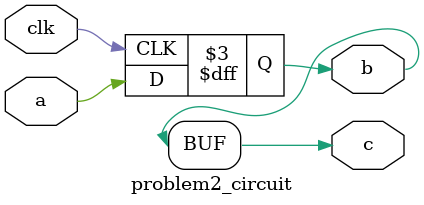
<source format=v>
module problem2_circuit(
 input wire clk,
 input wire a,
 output reg b,
 output reg c);

// Simple sequential logic
always @(posedge clk) begin
 // Some default value
 b <= 0;

 // Again, some logic updating b...
 b <= a;
end

// Simple combinational logic
always @(*) c = b;

endmodule


</source>
